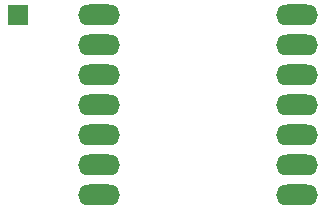
<source format=gbr>
%TF.GenerationSoftware,KiCad,Pcbnew,7.0.10*%
%TF.CreationDate,2024-01-29T17:08:50-08:00*%
%TF.ProjectId,FINAL_V1,46494e41-4c5f-4563-912e-6b696361645f,rev?*%
%TF.SameCoordinates,Original*%
%TF.FileFunction,Soldermask,Top*%
%TF.FilePolarity,Negative*%
%FSLAX46Y46*%
G04 Gerber Fmt 4.6, Leading zero omitted, Abs format (unit mm)*
G04 Created by KiCad (PCBNEW 7.0.10) date 2024-01-29 17:08:50*
%MOMM*%
%LPD*%
G01*
G04 APERTURE LIST*
%ADD10O,3.556000X1.778000*%
%ADD11R,1.700000X1.700000*%
G04 APERTURE END LIST*
D10*
%TO.C,U2*%
X105918000Y-76200000D03*
X105918000Y-78740000D03*
X105918000Y-81280000D03*
X105918000Y-83820000D03*
X105918000Y-86360000D03*
X105918000Y-88900000D03*
X105918000Y-91440000D03*
X122682000Y-76200000D03*
X122682000Y-78740000D03*
X122682000Y-81280000D03*
X122682000Y-83820000D03*
X122682000Y-86360000D03*
X122682000Y-88900000D03*
X122682000Y-91440000D03*
%TD*%
D11*
%TO.C,TP1*%
X99060000Y-76200000D03*
%TD*%
M02*

</source>
